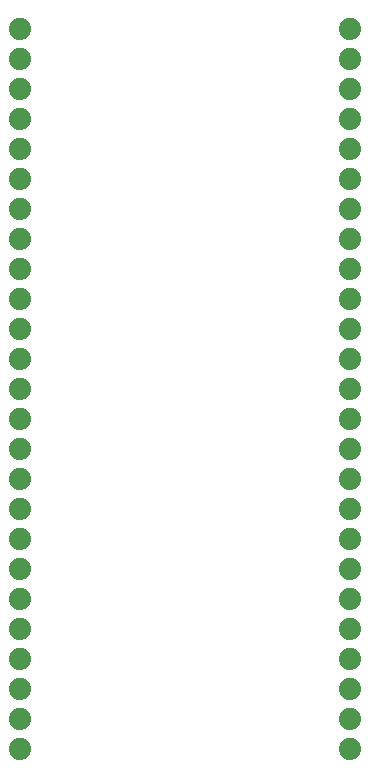
<source format=gbs>
G04 #@! TF.GenerationSoftware,KiCad,Pcbnew,(5.1.8-0-10_14)*
G04 #@! TF.CreationDate,2020-12-29T19:16:56-08:00*
G04 #@! TF.ProjectId,ADC,4144432e-6b69-4636-9164-5f7063625858,rev?*
G04 #@! TF.SameCoordinates,Original*
G04 #@! TF.FileFunction,Soldermask,Bot*
G04 #@! TF.FilePolarity,Negative*
%FSLAX46Y46*%
G04 Gerber Fmt 4.6, Leading zero omitted, Abs format (unit mm)*
G04 Created by KiCad (PCBNEW (5.1.8-0-10_14)) date 2020-12-29 19:16:56*
%MOMM*%
%LPD*%
G01*
G04 APERTURE LIST*
%ADD10C,1.879600*%
G04 APERTURE END LIST*
D10*
X109220000Y-55880000D03*
X109220000Y-58420000D03*
X109220000Y-60960000D03*
X109220000Y-63500000D03*
X109220000Y-66040000D03*
X109220000Y-68580000D03*
X109220000Y-71120000D03*
X109220000Y-73660000D03*
X109220000Y-76200000D03*
X109220000Y-78740000D03*
X109220000Y-81280000D03*
X109220000Y-83820000D03*
X109220000Y-86360000D03*
X109220000Y-88900000D03*
X109220000Y-91440000D03*
X109220000Y-93980000D03*
X109220000Y-96520000D03*
X109220000Y-99060000D03*
X109220000Y-101600000D03*
X109220000Y-104140000D03*
X109220000Y-106680000D03*
X109220000Y-109220000D03*
X109220000Y-111760000D03*
X109220000Y-114300000D03*
X109220000Y-116840000D03*
X137160000Y-55880000D03*
X137160000Y-58420000D03*
X137160000Y-60960000D03*
X137160000Y-63500000D03*
X137160000Y-66040000D03*
X137160000Y-68580000D03*
X137160000Y-71120000D03*
X137160000Y-73660000D03*
X137160000Y-76200000D03*
X137160000Y-78740000D03*
X137160000Y-81280000D03*
X137160000Y-83820000D03*
X137160000Y-86360000D03*
X137160000Y-88900000D03*
X137160000Y-91440000D03*
X137160000Y-93980000D03*
X137160000Y-96520000D03*
X137160000Y-99060000D03*
X137160000Y-101600000D03*
X137160000Y-104140000D03*
X137160000Y-106680000D03*
X137160000Y-109220000D03*
X137160000Y-111760000D03*
X137160000Y-114300000D03*
X137160000Y-116840000D03*
M02*

</source>
